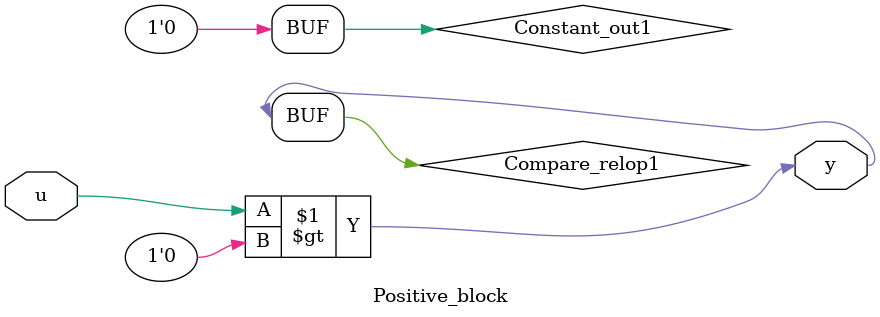
<source format=v>



`timescale 1 ns / 1 ps

module Positive_block
          (u,
           y);


  input   u;
  output  y;


  wire Constant_out1;
  wire Compare_relop1;


  assign Constant_out1 = 1'b0;



  assign Compare_relop1 = u > Constant_out1;



  assign y = Compare_relop1;

endmodule  // Positive_block


</source>
